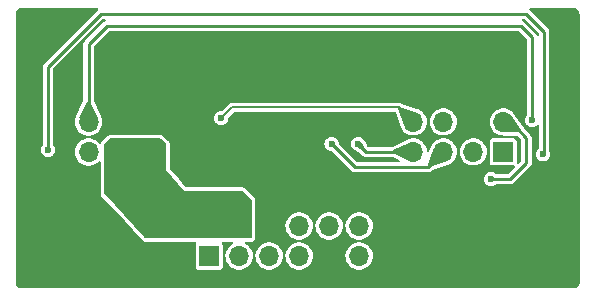
<source format=gbr>
%TF.GenerationSoftware,KiCad,Pcbnew,8.0.1*%
%TF.CreationDate,2024-06-06T08:45:56+08:00*%
%TF.ProjectId,CrazyDonkeyTarmoBoard,4372617a-7944-46f6-9e6b-65795461726d,rev?*%
%TF.SameCoordinates,Original*%
%TF.FileFunction,Copper,L2,Bot*%
%TF.FilePolarity,Positive*%
%FSLAX46Y46*%
G04 Gerber Fmt 4.6, Leading zero omitted, Abs format (unit mm)*
G04 Created by KiCad (PCBNEW 8.0.1) date 2024-06-06 08:45:56*
%MOMM*%
%LPD*%
G01*
G04 APERTURE LIST*
%TA.AperFunction,ComponentPad*%
%ADD10C,0.800000*%
%TD*%
%TA.AperFunction,ComponentPad*%
%ADD11C,6.400000*%
%TD*%
%TA.AperFunction,ComponentPad*%
%ADD12R,1.700000X1.700000*%
%TD*%
%TA.AperFunction,ComponentPad*%
%ADD13O,1.700000X1.700000*%
%TD*%
%TA.AperFunction,ViaPad*%
%ADD14C,0.800000*%
%TD*%
%TA.AperFunction,ViaPad*%
%ADD15C,0.600000*%
%TD*%
%TA.AperFunction,Conductor*%
%ADD16C,0.250000*%
%TD*%
%TA.AperFunction,Conductor*%
%ADD17C,0.200000*%
%TD*%
G04 APERTURE END LIST*
D10*
%TO.P,H1,1,1*%
%TO.N,GND*%
X99100000Y-90802944D03*
X99802944Y-89105888D03*
X99802944Y-92500000D03*
X101500000Y-88402944D03*
D11*
X101500000Y-90802944D03*
D10*
X101500000Y-93202944D03*
X103197056Y-89105888D03*
X103197056Y-92500000D03*
X103900000Y-90802944D03*
%TD*%
%TO.P,H2,1,1*%
%TO.N,GND*%
X58402944Y-90802944D03*
X59105888Y-89105888D03*
X59105888Y-92500000D03*
X60802944Y-88402944D03*
D11*
X60802944Y-90802944D03*
D10*
X60802944Y-93202944D03*
X62500000Y-89105888D03*
X62500000Y-92500000D03*
X63202944Y-90802944D03*
%TD*%
D12*
%TO.P,J3,1,Pin_1*%
%TO.N,unconnected-(J3-Pin_1-Pad1)*%
X73630000Y-92500000D03*
D13*
%TO.P,J3,2,Pin_2*%
%TO.N,+5V*%
X73630000Y-89960000D03*
%TO.P,J3,3,Pin_3*%
%TO.N,/GPIO2{slash}SDA1*%
X76170000Y-92500000D03*
%TO.P,J3,4,Pin_4*%
%TO.N,+5V*%
X76170000Y-89960000D03*
%TO.P,J3,5,Pin_5*%
%TO.N,/GPIO3{slash}SCL1*%
X78710000Y-92500000D03*
%TO.P,J3,6,Pin_6*%
%TO.N,GND*%
X78710000Y-89960000D03*
%TO.P,J3,7,Pin_7*%
%TO.N,/GPIO4{slash}GPCLK0*%
X81250000Y-92500000D03*
%TO.P,J3,8,Pin_8*%
%TO.N,/GPIO14{slash}TXD0*%
X81250000Y-89960000D03*
%TO.P,J3,9,Pin_9*%
%TO.N,GND*%
X83790000Y-92500000D03*
%TO.P,J3,10,Pin_10*%
%TO.N,/GPIO15{slash}RXD0*%
X83790000Y-89960000D03*
%TO.P,J3,11,Pin_11*%
%TO.N,/GPIO17*%
X86330000Y-92500000D03*
%TO.P,J3,12,Pin_12*%
%TO.N,/GPIO18*%
X86330000Y-89960000D03*
%TD*%
D12*
%TO.P,J4,1,Pin_1*%
%TO.N,/GPIO17*%
X98540000Y-83690000D03*
D13*
%TO.P,J4,2,Pin_2*%
%TO.N,/GPIO4{slash}GPCLK0*%
X98540000Y-81150000D03*
%TO.P,J4,3,Pin_3*%
%TO.N,/GPIO18*%
X96000000Y-83690000D03*
%TO.P,J4,4,Pin_4*%
%TO.N,GND*%
X96000000Y-81150000D03*
%TO.P,J4,5,Pin_5*%
%TO.N,/throttle_out*%
X93460000Y-83690000D03*
%TO.P,J4,6,Pin_6*%
%TO.N,/sterring_out*%
X93460000Y-81150000D03*
%TO.P,J4,7,Pin_7*%
%TO.N,/throttle_in*%
X90920000Y-83690000D03*
%TO.P,J4,8,Pin_8*%
%TO.N,/steering_in*%
X90920000Y-81150000D03*
%TD*%
D12*
%TO.P,J2,1,Pin_1*%
%TO.N,+5V*%
X68500000Y-83700000D03*
D13*
%TO.P,J2,2,Pin_2*%
%TO.N,GND*%
X68500000Y-81160000D03*
%TO.P,J2,3,Pin_3*%
%TO.N,+5V*%
X65960000Y-83700000D03*
%TO.P,J2,4,Pin_4*%
%TO.N,GND*%
X65960000Y-81160000D03*
%TO.P,J2,5,Pin_5*%
%TO.N,/P1_V*%
X63420000Y-83700000D03*
%TO.P,J2,6,Pin_6*%
%TO.N,/P2_V*%
X63420000Y-81160000D03*
%TD*%
D14*
%TO.N,GND*%
X87000000Y-78000000D03*
X65500000Y-94000000D03*
X62330000Y-75930000D03*
X100000000Y-74500000D03*
X72000000Y-85500000D03*
X62500000Y-78000000D03*
X73000000Y-78000000D03*
X93500000Y-78000000D03*
X65000000Y-78000000D03*
X89000000Y-91000000D03*
X96000000Y-89000000D03*
X65500000Y-90000000D03*
X90000000Y-86000000D03*
X89225000Y-82150000D03*
X65000000Y-75000000D03*
X81000000Y-86000000D03*
X79775000Y-83200000D03*
X77500000Y-78000000D03*
X89500000Y-88500000D03*
X100000000Y-78000000D03*
X103500000Y-78000000D03*
X58500000Y-78000000D03*
X83000000Y-78000000D03*
X67000000Y-94000000D03*
X80000000Y-94500000D03*
D15*
%TO.N,+5V*%
X60000000Y-83500000D03*
X101900000Y-83900000D03*
%TO.N,/GPIO4{slash}GPCLK0*%
X97500000Y-86000000D03*
%TO.N,/steering_in*%
X74662500Y-80837500D03*
%TO.N,/throttle_in*%
X86250000Y-83000000D03*
%TO.N,/throttle_out*%
X84000000Y-83000000D03*
%TO.N,/P2_V*%
X101000000Y-81000000D03*
%TD*%
D16*
%TO.N,+5V*%
X102000000Y-73500000D02*
X100500000Y-72000000D01*
X60000000Y-76474695D02*
X60000000Y-83500000D01*
X102000000Y-83800000D02*
X102000000Y-73500000D01*
X101900000Y-83900000D02*
X102000000Y-83800000D01*
X64474695Y-72000000D02*
X60000000Y-76474695D01*
X100500000Y-72000000D02*
X64474695Y-72000000D01*
%TO.N,/GPIO4{slash}GPCLK0*%
X100500000Y-82500000D02*
X99150000Y-81150000D01*
X100500000Y-84625000D02*
X100500000Y-82500000D01*
X81250000Y-92500000D02*
X81250000Y-93000000D01*
X99125000Y-86000000D02*
X100500000Y-84625000D01*
X99150000Y-81150000D02*
X98540000Y-81150000D01*
X97500000Y-86000000D02*
X99125000Y-86000000D01*
D17*
%TO.N,/steering_in*%
X89695000Y-79925000D02*
X90920000Y-81150000D01*
X75575000Y-79925000D02*
X89695000Y-79925000D01*
D16*
X90270000Y-80500000D02*
X90920000Y-81150000D01*
D17*
X74662500Y-80837500D02*
X75575000Y-79925000D01*
D16*
%TO.N,/throttle_in*%
X86940000Y-83690000D02*
X86250000Y-83000000D01*
X90920000Y-83690000D02*
X86940000Y-83690000D01*
%TO.N,/throttle_out*%
X92150000Y-85000000D02*
X86000000Y-85000000D01*
X86000000Y-85000000D02*
X84000000Y-83000000D01*
X93460000Y-83690000D02*
X92150000Y-85000000D01*
%TO.N,/P2_V*%
X63420000Y-74580000D02*
X63420000Y-81160000D01*
X100000000Y-73000000D02*
X65000000Y-73000000D01*
X101000000Y-74000000D02*
X100000000Y-73000000D01*
X65000000Y-73000000D02*
X63420000Y-74580000D01*
X101000000Y-81000000D02*
X101000000Y-74000000D01*
%TD*%
%TA.AperFunction,Conductor*%
%TO.N,GND*%
G36*
X64191631Y-71519407D02*
G01*
X64227595Y-71568907D01*
X64227595Y-71630093D01*
X64203443Y-71669504D01*
X64134209Y-71738736D01*
X64134210Y-71738737D01*
X64134208Y-71738739D01*
X59738737Y-76134209D01*
X59738737Y-76134210D01*
X59738736Y-76134209D01*
X59659514Y-76213432D01*
X59603498Y-76310453D01*
X59574500Y-76418678D01*
X59574500Y-83034486D01*
X59555593Y-83092677D01*
X59554042Y-83094753D01*
X59475462Y-83197160D01*
X59475462Y-83197161D01*
X59414957Y-83343233D01*
X59414955Y-83343241D01*
X59394318Y-83499999D01*
X59394318Y-83500000D01*
X59414955Y-83656758D01*
X59414957Y-83656766D01*
X59475462Y-83802838D01*
X59475462Y-83802839D01*
X59559462Y-83912310D01*
X59571718Y-83928282D01*
X59697159Y-84024536D01*
X59697160Y-84024536D01*
X59697161Y-84024537D01*
X59774959Y-84056762D01*
X59843238Y-84085044D01*
X59960809Y-84100522D01*
X59999999Y-84105682D01*
X60000000Y-84105682D01*
X60000001Y-84105682D01*
X60031352Y-84101554D01*
X60156762Y-84085044D01*
X60302841Y-84024536D01*
X60428282Y-83928282D01*
X60524536Y-83802841D01*
X60567134Y-83700000D01*
X62264571Y-83700000D01*
X62284244Y-83912311D01*
X62295326Y-83951260D01*
X62342595Y-84117389D01*
X62437634Y-84308255D01*
X62566128Y-84478407D01*
X62596047Y-84505682D01*
X62723692Y-84622047D01*
X62723699Y-84622053D01*
X62751236Y-84639103D01*
X62904981Y-84734298D01*
X63103802Y-84811321D01*
X63313390Y-84850500D01*
X63526610Y-84850500D01*
X63736198Y-84811321D01*
X63935019Y-84734298D01*
X64116302Y-84622052D01*
X64266594Y-84485042D01*
X64277254Y-84475324D01*
X64278437Y-84476622D01*
X64325493Y-84449827D01*
X64386304Y-84456584D01*
X64431529Y-84497795D01*
X64444500Y-84546784D01*
X64444500Y-87201129D01*
X64445730Y-87228505D01*
X64445733Y-87228542D01*
X64447741Y-87250843D01*
X64447894Y-87252486D01*
X64447895Y-87252488D01*
X64447896Y-87252494D01*
X64478981Y-87360376D01*
X64510333Y-87422816D01*
X64560014Y-87494182D01*
X66471879Y-89542608D01*
X67859284Y-91029114D01*
X67989900Y-91169059D01*
X68017461Y-91195134D01*
X68017478Y-91195149D01*
X68041073Y-91214843D01*
X68050699Y-91222555D01*
X68150764Y-91273435D01*
X68150770Y-91273437D01*
X68150773Y-91273439D01*
X68150775Y-91273439D01*
X68150776Y-91273440D01*
X68198039Y-91287318D01*
X68217812Y-91293124D01*
X68303884Y-91305500D01*
X68303885Y-91305500D01*
X72460522Y-91305500D01*
X72518713Y-91324407D01*
X72554677Y-91373907D01*
X72554677Y-91435093D01*
X72530527Y-91474501D01*
X72527794Y-91477235D01*
X72482414Y-91580011D01*
X72479500Y-91605130D01*
X72479500Y-93394860D01*
X72479501Y-93394863D01*
X72482414Y-93419990D01*
X72483325Y-93422053D01*
X72527794Y-93522765D01*
X72607235Y-93602206D01*
X72710009Y-93647585D01*
X72735135Y-93650500D01*
X74524864Y-93650499D01*
X74549991Y-93647585D01*
X74652765Y-93602206D01*
X74732206Y-93522765D01*
X74777585Y-93419991D01*
X74780500Y-93394865D01*
X74780499Y-91605136D01*
X74777585Y-91580009D01*
X74732206Y-91477235D01*
X74729472Y-91474501D01*
X74701697Y-91419987D01*
X74711268Y-91359555D01*
X74754533Y-91316290D01*
X74799478Y-91305500D01*
X75565768Y-91305500D01*
X75623959Y-91324407D01*
X75659923Y-91373907D01*
X75659923Y-91435093D01*
X75623959Y-91484593D01*
X75617905Y-91488658D01*
X75473698Y-91577948D01*
X75473692Y-91577952D01*
X75316135Y-91721586D01*
X75316131Y-91721589D01*
X75316128Y-91721593D01*
X75316125Y-91721597D01*
X75187635Y-91891743D01*
X75187630Y-91891752D01*
X75092596Y-92082608D01*
X75034244Y-92287688D01*
X75034244Y-92287690D01*
X75014571Y-92500000D01*
X75034244Y-92712310D01*
X75092595Y-92917389D01*
X75187634Y-93108255D01*
X75316128Y-93278407D01*
X75316135Y-93278413D01*
X75473692Y-93422047D01*
X75473699Y-93422053D01*
X75577389Y-93486255D01*
X75654981Y-93534298D01*
X75853802Y-93611321D01*
X76063390Y-93650500D01*
X76276610Y-93650500D01*
X76486198Y-93611321D01*
X76685019Y-93534298D01*
X76866302Y-93422052D01*
X77023872Y-93278407D01*
X77152366Y-93108255D01*
X77247405Y-92917389D01*
X77305756Y-92712310D01*
X77325429Y-92500000D01*
X77554571Y-92500000D01*
X77574244Y-92712310D01*
X77632595Y-92917389D01*
X77727634Y-93108255D01*
X77856128Y-93278407D01*
X77856135Y-93278413D01*
X78013692Y-93422047D01*
X78013699Y-93422053D01*
X78117389Y-93486255D01*
X78194981Y-93534298D01*
X78393802Y-93611321D01*
X78603390Y-93650500D01*
X78816610Y-93650500D01*
X79026198Y-93611321D01*
X79225019Y-93534298D01*
X79406302Y-93422052D01*
X79563872Y-93278407D01*
X79692366Y-93108255D01*
X79787405Y-92917389D01*
X79845756Y-92712310D01*
X79865429Y-92500000D01*
X80094571Y-92500000D01*
X80114244Y-92712310D01*
X80172595Y-92917389D01*
X80267634Y-93108255D01*
X80396128Y-93278407D01*
X80396135Y-93278413D01*
X80553692Y-93422047D01*
X80553699Y-93422053D01*
X80657389Y-93486255D01*
X80734981Y-93534298D01*
X80933802Y-93611321D01*
X81143390Y-93650500D01*
X81356610Y-93650500D01*
X81566198Y-93611321D01*
X81765019Y-93534298D01*
X81946302Y-93422052D01*
X82103872Y-93278407D01*
X82232366Y-93108255D01*
X82327405Y-92917389D01*
X82385756Y-92712310D01*
X82405429Y-92500000D01*
X85174571Y-92500000D01*
X85194244Y-92712310D01*
X85252595Y-92917389D01*
X85347634Y-93108255D01*
X85476128Y-93278407D01*
X85476135Y-93278413D01*
X85633692Y-93422047D01*
X85633699Y-93422053D01*
X85737389Y-93486255D01*
X85814981Y-93534298D01*
X86013802Y-93611321D01*
X86223390Y-93650500D01*
X86436610Y-93650500D01*
X86646198Y-93611321D01*
X86845019Y-93534298D01*
X87026302Y-93422052D01*
X87183872Y-93278407D01*
X87312366Y-93108255D01*
X87407405Y-92917389D01*
X87465756Y-92712310D01*
X87485429Y-92500000D01*
X87465756Y-92287690D01*
X87407405Y-92082611D01*
X87312366Y-91891745D01*
X87183872Y-91721593D01*
X87056119Y-91605130D01*
X87026307Y-91577952D01*
X87026300Y-91577946D01*
X86845024Y-91465705D01*
X86845019Y-91465702D01*
X86727014Y-91419987D01*
X86646198Y-91388679D01*
X86646197Y-91388678D01*
X86646195Y-91388678D01*
X86436610Y-91349500D01*
X86223390Y-91349500D01*
X86013804Y-91388678D01*
X85814980Y-91465702D01*
X85814975Y-91465705D01*
X85633699Y-91577946D01*
X85633692Y-91577952D01*
X85476135Y-91721586D01*
X85476131Y-91721589D01*
X85476128Y-91721593D01*
X85476125Y-91721597D01*
X85347635Y-91891743D01*
X85347630Y-91891752D01*
X85252596Y-92082608D01*
X85194244Y-92287688D01*
X85194244Y-92287690D01*
X85174571Y-92500000D01*
X82405429Y-92500000D01*
X82385756Y-92287690D01*
X82327405Y-92082611D01*
X82232366Y-91891745D01*
X82103872Y-91721593D01*
X81976119Y-91605130D01*
X81946307Y-91577952D01*
X81946300Y-91577946D01*
X81765024Y-91465705D01*
X81765019Y-91465702D01*
X81647014Y-91419987D01*
X81566198Y-91388679D01*
X81566197Y-91388678D01*
X81566195Y-91388678D01*
X81356610Y-91349500D01*
X81143390Y-91349500D01*
X80933804Y-91388678D01*
X80734980Y-91465702D01*
X80734975Y-91465705D01*
X80553699Y-91577946D01*
X80553692Y-91577952D01*
X80396135Y-91721586D01*
X80396131Y-91721589D01*
X80396128Y-91721593D01*
X80396125Y-91721597D01*
X80267635Y-91891743D01*
X80267630Y-91891752D01*
X80172596Y-92082608D01*
X80114244Y-92287688D01*
X80114244Y-92287690D01*
X80094571Y-92500000D01*
X79865429Y-92500000D01*
X79845756Y-92287690D01*
X79787405Y-92082611D01*
X79692366Y-91891745D01*
X79563872Y-91721593D01*
X79436119Y-91605130D01*
X79406307Y-91577952D01*
X79406300Y-91577946D01*
X79225024Y-91465705D01*
X79225019Y-91465702D01*
X79107014Y-91419987D01*
X79026198Y-91388679D01*
X79026197Y-91388678D01*
X79026195Y-91388678D01*
X78816610Y-91349500D01*
X78603390Y-91349500D01*
X78393804Y-91388678D01*
X78194980Y-91465702D01*
X78194975Y-91465705D01*
X78013699Y-91577946D01*
X78013692Y-91577952D01*
X77856135Y-91721586D01*
X77856131Y-91721589D01*
X77856128Y-91721593D01*
X77856125Y-91721597D01*
X77727635Y-91891743D01*
X77727630Y-91891752D01*
X77632596Y-92082608D01*
X77574244Y-92287688D01*
X77574244Y-92287690D01*
X77554571Y-92500000D01*
X77325429Y-92500000D01*
X77305756Y-92287690D01*
X77247405Y-92082611D01*
X77152366Y-91891745D01*
X77023872Y-91721593D01*
X76896119Y-91605130D01*
X76866307Y-91577952D01*
X76866305Y-91577950D01*
X76866302Y-91577948D01*
X76722113Y-91488669D01*
X76682594Y-91441963D01*
X76678075Y-91380944D01*
X76710285Y-91328924D01*
X76766921Y-91305770D01*
X76774232Y-91305500D01*
X77125996Y-91305500D01*
X77126000Y-91305500D01*
X77190941Y-91298518D01*
X77190949Y-91298516D01*
X77190951Y-91298516D01*
X77242425Y-91287318D01*
X77242426Y-91287317D01*
X77242452Y-91287312D01*
X77280658Y-91276354D01*
X77377571Y-91219675D01*
X77430375Y-91173920D01*
X77472553Y-91129187D01*
X77523439Y-91029111D01*
X77543124Y-90962072D01*
X77555500Y-90876000D01*
X77555500Y-89960000D01*
X80094571Y-89960000D01*
X80114244Y-90172310D01*
X80172595Y-90377389D01*
X80267634Y-90568255D01*
X80396128Y-90738407D01*
X80396135Y-90738413D01*
X80553692Y-90882047D01*
X80553699Y-90882053D01*
X80657389Y-90946255D01*
X80734981Y-90994298D01*
X80933802Y-91071321D01*
X81143390Y-91110500D01*
X81356610Y-91110500D01*
X81566198Y-91071321D01*
X81765019Y-90994298D01*
X81946302Y-90882052D01*
X82103872Y-90738407D01*
X82232366Y-90568255D01*
X82327405Y-90377389D01*
X82385756Y-90172310D01*
X82405429Y-89960000D01*
X82634571Y-89960000D01*
X82654244Y-90172310D01*
X82712595Y-90377389D01*
X82807634Y-90568255D01*
X82936128Y-90738407D01*
X82936135Y-90738413D01*
X83093692Y-90882047D01*
X83093699Y-90882053D01*
X83197389Y-90946255D01*
X83274981Y-90994298D01*
X83473802Y-91071321D01*
X83683390Y-91110500D01*
X83896610Y-91110500D01*
X84106198Y-91071321D01*
X84305019Y-90994298D01*
X84486302Y-90882052D01*
X84643872Y-90738407D01*
X84772366Y-90568255D01*
X84867405Y-90377389D01*
X84925756Y-90172310D01*
X84945429Y-89960000D01*
X85174571Y-89960000D01*
X85194244Y-90172310D01*
X85252595Y-90377389D01*
X85347634Y-90568255D01*
X85476128Y-90738407D01*
X85476135Y-90738413D01*
X85633692Y-90882047D01*
X85633699Y-90882053D01*
X85737389Y-90946255D01*
X85814981Y-90994298D01*
X86013802Y-91071321D01*
X86223390Y-91110500D01*
X86436610Y-91110500D01*
X86646198Y-91071321D01*
X86845019Y-90994298D01*
X87026302Y-90882052D01*
X87183872Y-90738407D01*
X87312366Y-90568255D01*
X87407405Y-90377389D01*
X87465756Y-90172310D01*
X87485429Y-89960000D01*
X87465756Y-89747690D01*
X87407405Y-89542611D01*
X87312366Y-89351745D01*
X87183872Y-89181593D01*
X87129623Y-89132139D01*
X87026307Y-89037952D01*
X87026300Y-89037946D01*
X86845024Y-88925705D01*
X86845019Y-88925702D01*
X86646195Y-88848678D01*
X86436610Y-88809500D01*
X86223390Y-88809500D01*
X86013804Y-88848678D01*
X85814980Y-88925702D01*
X85814975Y-88925705D01*
X85633699Y-89037946D01*
X85633692Y-89037952D01*
X85476135Y-89181586D01*
X85476131Y-89181589D01*
X85476128Y-89181593D01*
X85476125Y-89181597D01*
X85347635Y-89351743D01*
X85347630Y-89351752D01*
X85252596Y-89542608D01*
X85194244Y-89747688D01*
X85194244Y-89747690D01*
X85174571Y-89960000D01*
X84945429Y-89960000D01*
X84925756Y-89747690D01*
X84867405Y-89542611D01*
X84772366Y-89351745D01*
X84643872Y-89181593D01*
X84589623Y-89132139D01*
X84486307Y-89037952D01*
X84486300Y-89037946D01*
X84305024Y-88925705D01*
X84305019Y-88925702D01*
X84106195Y-88848678D01*
X83896610Y-88809500D01*
X83683390Y-88809500D01*
X83473804Y-88848678D01*
X83274980Y-88925702D01*
X83274975Y-88925705D01*
X83093699Y-89037946D01*
X83093692Y-89037952D01*
X82936135Y-89181586D01*
X82936131Y-89181589D01*
X82936128Y-89181593D01*
X82936125Y-89181597D01*
X82807635Y-89351743D01*
X82807630Y-89351752D01*
X82712596Y-89542608D01*
X82654244Y-89747688D01*
X82654244Y-89747690D01*
X82634571Y-89960000D01*
X82405429Y-89960000D01*
X82385756Y-89747690D01*
X82327405Y-89542611D01*
X82232366Y-89351745D01*
X82103872Y-89181593D01*
X82049623Y-89132139D01*
X81946307Y-89037952D01*
X81946300Y-89037946D01*
X81765024Y-88925705D01*
X81765019Y-88925702D01*
X81566195Y-88848678D01*
X81356610Y-88809500D01*
X81143390Y-88809500D01*
X80933804Y-88848678D01*
X80734980Y-88925702D01*
X80734975Y-88925705D01*
X80553699Y-89037946D01*
X80553692Y-89037952D01*
X80396135Y-89181586D01*
X80396131Y-89181589D01*
X80396128Y-89181593D01*
X80396125Y-89181597D01*
X80267635Y-89351743D01*
X80267630Y-89351752D01*
X80172596Y-89542608D01*
X80114244Y-89747688D01*
X80114244Y-89747690D01*
X80094571Y-89960000D01*
X77555500Y-89960000D01*
X77555500Y-87801362D01*
X77553749Y-87768703D01*
X77550915Y-87742345D01*
X77550080Y-87735340D01*
X77515297Y-87628593D01*
X77481816Y-87567277D01*
X77481815Y-87567274D01*
X77429703Y-87497662D01*
X77429702Y-87497660D01*
X76752340Y-86820298D01*
X76752330Y-86820289D01*
X76752317Y-86820276D01*
X76728017Y-86798449D01*
X76723220Y-86794584D01*
X76707366Y-86781808D01*
X76701825Y-86777447D01*
X76653456Y-86752853D01*
X76601752Y-86726562D01*
X76601745Y-86726559D01*
X76534716Y-86706877D01*
X76534706Y-86706875D01*
X76470400Y-86697629D01*
X76448638Y-86694500D01*
X76448637Y-86694500D01*
X71686043Y-86694500D01*
X71627852Y-86675593D01*
X71610877Y-86659928D01*
X71045225Y-86000000D01*
X96894318Y-86000000D01*
X96914955Y-86156758D01*
X96914957Y-86156766D01*
X96975462Y-86302838D01*
X96975462Y-86302839D01*
X97047333Y-86396503D01*
X97071718Y-86428282D01*
X97197159Y-86524536D01*
X97343238Y-86585044D01*
X97460809Y-86600522D01*
X97499999Y-86605682D01*
X97500000Y-86605682D01*
X97500001Y-86605682D01*
X97531352Y-86601554D01*
X97656762Y-86585044D01*
X97802841Y-86524536D01*
X97848235Y-86489703D01*
X97905247Y-86445958D01*
X97962923Y-86425534D01*
X97965514Y-86425500D01*
X99181016Y-86425500D01*
X99181018Y-86425500D01*
X99289237Y-86396503D01*
X99289239Y-86396501D01*
X99289241Y-86396501D01*
X99318064Y-86379859D01*
X99386263Y-86340485D01*
X100840485Y-84886263D01*
X100894789Y-84792206D01*
X100896501Y-84789241D01*
X100896501Y-84789239D01*
X100896503Y-84789237D01*
X100925500Y-84681018D01*
X100925500Y-84568981D01*
X100925500Y-82443982D01*
X100896503Y-82335763D01*
X100896501Y-82335760D01*
X100896501Y-82335758D01*
X100840486Y-82238739D01*
X100840485Y-82238737D01*
X100761263Y-82159515D01*
X100761260Y-82159513D01*
X100757805Y-82156057D01*
X100757799Y-82156052D01*
X100297544Y-81695796D01*
X100285831Y-81681680D01*
X99569448Y-80634196D01*
X99562551Y-80622450D01*
X99522366Y-80541745D01*
X99393872Y-80371593D01*
X99370750Y-80350514D01*
X99364992Y-80344815D01*
X99358861Y-80338230D01*
X99358859Y-80338229D01*
X99358855Y-80338224D01*
X99356977Y-80336642D01*
X99347378Y-80329208D01*
X99236301Y-80227947D01*
X99236300Y-80227946D01*
X99055024Y-80115705D01*
X99055019Y-80115702D01*
X98939675Y-80071018D01*
X98856198Y-80038679D01*
X98856197Y-80038678D01*
X98856195Y-80038678D01*
X98646610Y-79999500D01*
X98433390Y-79999500D01*
X98223804Y-80038678D01*
X98024980Y-80115702D01*
X98024975Y-80115705D01*
X97843699Y-80227946D01*
X97843692Y-80227952D01*
X97686135Y-80371586D01*
X97686131Y-80371589D01*
X97686128Y-80371593D01*
X97686125Y-80371597D01*
X97557635Y-80541743D01*
X97557630Y-80541752D01*
X97462596Y-80732608D01*
X97462595Y-80732611D01*
X97459751Y-80742607D01*
X97404244Y-80937688D01*
X97384571Y-81150000D01*
X97404244Y-81362311D01*
X97420052Y-81417870D01*
X97462595Y-81567389D01*
X97557634Y-81758255D01*
X97686128Y-81928407D01*
X97697104Y-81938413D01*
X97843692Y-82072047D01*
X97843699Y-82072053D01*
X97859850Y-82082053D01*
X98024981Y-82184298D01*
X98223802Y-82261321D01*
X98433390Y-82300500D01*
X98507674Y-82300500D01*
X98528769Y-82302773D01*
X98542196Y-82305702D01*
X99700551Y-82340387D01*
X99758150Y-82361028D01*
X99767592Y-82369339D01*
X100045504Y-82647251D01*
X100073281Y-82701768D01*
X100074500Y-82717255D01*
X100074500Y-84407744D01*
X100055593Y-84465935D01*
X100045503Y-84477748D01*
X99859088Y-84664162D01*
X99804572Y-84691939D01*
X99744140Y-84682368D01*
X99700875Y-84639103D01*
X99691688Y-84587800D01*
X99690335Y-84587722D01*
X99690498Y-84584880D01*
X99690500Y-84584865D01*
X99690499Y-82795136D01*
X99687585Y-82770009D01*
X99642206Y-82667235D01*
X99562765Y-82587794D01*
X99459991Y-82542415D01*
X99459990Y-82542414D01*
X99459988Y-82542414D01*
X99434868Y-82539500D01*
X97645139Y-82539500D01*
X97645136Y-82539501D01*
X97620009Y-82542414D01*
X97517235Y-82587794D01*
X97437794Y-82667235D01*
X97392414Y-82770011D01*
X97389500Y-82795130D01*
X97389500Y-84584860D01*
X97389501Y-84584863D01*
X97392414Y-84609990D01*
X97405269Y-84639103D01*
X97437794Y-84712765D01*
X97517235Y-84792206D01*
X97620009Y-84837585D01*
X97645135Y-84840500D01*
X99434864Y-84840499D01*
X99434867Y-84840498D01*
X99437714Y-84840334D01*
X99437797Y-84841770D01*
X99492696Y-84852799D01*
X99534143Y-84897807D01*
X99541220Y-84958582D01*
X99514163Y-85009088D01*
X98977748Y-85545504D01*
X98923231Y-85573281D01*
X98907744Y-85574500D01*
X97965514Y-85574500D01*
X97907323Y-85555593D01*
X97905247Y-85554042D01*
X97802838Y-85475462D01*
X97656766Y-85414957D01*
X97656758Y-85414955D01*
X97500001Y-85394318D01*
X97499999Y-85394318D01*
X97343241Y-85414955D01*
X97343233Y-85414957D01*
X97197161Y-85475462D01*
X97197160Y-85475462D01*
X97071723Y-85571713D01*
X97071713Y-85571723D01*
X96975462Y-85697160D01*
X96975462Y-85697161D01*
X96914957Y-85843233D01*
X96914955Y-85843241D01*
X96894318Y-85999999D01*
X96894318Y-86000000D01*
X71045225Y-86000000D01*
X70329334Y-85164793D01*
X70305819Y-85108307D01*
X70305500Y-85100365D01*
X70305500Y-83055224D01*
X70304288Y-83037077D01*
X70302786Y-83014590D01*
X70300828Y-83000000D01*
X83394318Y-83000000D01*
X83414955Y-83156758D01*
X83414957Y-83156766D01*
X83475462Y-83302838D01*
X83475462Y-83302839D01*
X83544530Y-83392850D01*
X83571718Y-83428282D01*
X83697159Y-83524536D01*
X83843238Y-83585044D01*
X83971212Y-83601892D01*
X84026435Y-83628232D01*
X84028292Y-83630040D01*
X85738737Y-85340485D01*
X85738739Y-85340486D01*
X85835759Y-85396501D01*
X85835757Y-85396501D01*
X85835761Y-85396502D01*
X85835763Y-85396503D01*
X85943981Y-85425500D01*
X85943982Y-85425500D01*
X85943983Y-85425500D01*
X92206016Y-85425500D01*
X92206018Y-85425500D01*
X92314237Y-85396503D01*
X92314239Y-85396501D01*
X92314241Y-85396501D01*
X92411263Y-85340485D01*
X92486305Y-85265442D01*
X92523510Y-85242037D01*
X93874824Y-84767641D01*
X93882486Y-84764836D01*
X93883076Y-84764611D01*
X93883077Y-84764610D01*
X93883089Y-84764606D01*
X93890795Y-84761442D01*
X93897308Y-84758769D01*
X93902624Y-84755135D01*
X93922710Y-84744561D01*
X93975019Y-84724298D01*
X94156302Y-84612052D01*
X94313872Y-84468407D01*
X94442366Y-84298255D01*
X94537405Y-84107389D01*
X94595756Y-83902310D01*
X94615429Y-83690000D01*
X94844571Y-83690000D01*
X94864244Y-83902311D01*
X94887449Y-83983867D01*
X94922595Y-84107389D01*
X95017634Y-84298255D01*
X95146128Y-84468407D01*
X95216734Y-84532773D01*
X95303692Y-84612047D01*
X95303699Y-84612053D01*
X95387858Y-84664162D01*
X95484981Y-84724298D01*
X95683802Y-84801321D01*
X95893390Y-84840500D01*
X96106610Y-84840500D01*
X96316198Y-84801321D01*
X96515019Y-84724298D01*
X96696302Y-84612052D01*
X96853872Y-84468407D01*
X96982366Y-84298255D01*
X97077405Y-84107389D01*
X97135756Y-83902310D01*
X97155429Y-83690000D01*
X97135756Y-83477690D01*
X97077405Y-83272611D01*
X96982366Y-83081745D01*
X96853872Y-82911593D01*
X96778885Y-82843233D01*
X96696307Y-82767952D01*
X96696300Y-82767946D01*
X96515024Y-82655705D01*
X96515019Y-82655702D01*
X96460721Y-82634667D01*
X96316198Y-82578679D01*
X96316197Y-82578678D01*
X96316195Y-82578678D01*
X96106610Y-82539500D01*
X95893390Y-82539500D01*
X95683804Y-82578678D01*
X95484980Y-82655702D01*
X95484975Y-82655705D01*
X95303699Y-82767946D01*
X95303692Y-82767952D01*
X95146135Y-82911586D01*
X95146131Y-82911589D01*
X95146128Y-82911593D01*
X95146125Y-82911597D01*
X95017635Y-83081743D01*
X95017630Y-83081752D01*
X94922596Y-83272608D01*
X94922595Y-83272611D01*
X94913995Y-83302838D01*
X94864244Y-83477688D01*
X94844571Y-83690000D01*
X94615429Y-83690000D01*
X94595756Y-83477690D01*
X94537405Y-83272611D01*
X94442366Y-83081745D01*
X94313872Y-82911593D01*
X94238885Y-82843233D01*
X94156307Y-82767952D01*
X94156300Y-82767946D01*
X93975024Y-82655705D01*
X93975019Y-82655702D01*
X93920721Y-82634667D01*
X93776198Y-82578679D01*
X93776197Y-82578678D01*
X93776195Y-82578678D01*
X93566610Y-82539500D01*
X93353390Y-82539500D01*
X93143804Y-82578678D01*
X92944980Y-82655702D01*
X92944975Y-82655705D01*
X92763699Y-82767946D01*
X92763692Y-82767952D01*
X92606135Y-82911586D01*
X92606131Y-82911589D01*
X92606128Y-82911593D01*
X92606125Y-82911597D01*
X92477635Y-83081743D01*
X92477630Y-83081752D01*
X92382593Y-83272613D01*
X92380572Y-83279715D01*
X92378767Y-83285399D01*
X92259274Y-83625775D01*
X92222159Y-83674418D01*
X92163541Y-83691955D01*
X92105809Y-83671688D01*
X92071017Y-83621357D01*
X92067285Y-83602121D01*
X92055756Y-83477690D01*
X91997405Y-83272611D01*
X91902366Y-83081745D01*
X91773872Y-82911593D01*
X91698885Y-82843233D01*
X91616307Y-82767952D01*
X91616300Y-82767946D01*
X91435024Y-82655705D01*
X91435019Y-82655702D01*
X91380721Y-82634667D01*
X91236198Y-82578679D01*
X91236197Y-82578678D01*
X91236195Y-82578678D01*
X91026610Y-82539500D01*
X90813390Y-82539500D01*
X90603810Y-82578677D01*
X90603805Y-82578678D01*
X90603802Y-82578679D01*
X90603798Y-82578680D01*
X90603793Y-82578682D01*
X90482338Y-82625732D01*
X90472317Y-82629012D01*
X90451314Y-82634667D01*
X90451312Y-82634667D01*
X90421600Y-82648938D01*
X90414514Y-82652007D01*
X90404988Y-82655698D01*
X90404978Y-82655703D01*
X90400686Y-82658361D01*
X90391436Y-82663427D01*
X89160345Y-83254740D01*
X89117482Y-83264500D01*
X87157255Y-83264500D01*
X87099064Y-83245593D01*
X87087251Y-83235504D01*
X87030210Y-83178463D01*
X87012470Y-83154307D01*
X86981352Y-83094753D01*
X86802870Y-82753172D01*
X86799672Y-82749007D01*
X86786733Y-82726605D01*
X86774536Y-82697159D01*
X86678282Y-82571718D01*
X86678277Y-82571714D01*
X86678276Y-82571713D01*
X86552838Y-82475462D01*
X86406766Y-82414957D01*
X86406758Y-82414955D01*
X86250001Y-82394318D01*
X86249999Y-82394318D01*
X86093241Y-82414955D01*
X86093233Y-82414957D01*
X85947161Y-82475462D01*
X85947160Y-82475462D01*
X85821723Y-82571713D01*
X85821713Y-82571723D01*
X85725462Y-82697160D01*
X85725462Y-82697161D01*
X85664957Y-82843233D01*
X85664955Y-82843241D01*
X85644318Y-82999999D01*
X85644318Y-83000000D01*
X85664955Y-83156758D01*
X85664957Y-83156766D01*
X85725462Y-83302838D01*
X85725462Y-83302839D01*
X85794530Y-83392850D01*
X85821718Y-83428282D01*
X85947159Y-83524536D01*
X85976787Y-83536808D01*
X86000086Y-83550443D01*
X86003172Y-83552870D01*
X86404307Y-83762470D01*
X86428462Y-83780209D01*
X86599513Y-83951260D01*
X86599515Y-83951263D01*
X86678737Y-84030485D01*
X86724243Y-84056758D01*
X86773237Y-84085045D01*
X86773236Y-84085045D01*
X86773242Y-84085047D01*
X86775763Y-84086503D01*
X86883981Y-84115500D01*
X86883982Y-84115500D01*
X89117485Y-84115500D01*
X89160348Y-84125260D01*
X89703741Y-84386260D01*
X89748009Y-84428498D01*
X89758996Y-84488689D01*
X89732505Y-84543842D01*
X89678655Y-84572891D01*
X89660878Y-84574500D01*
X86217256Y-84574500D01*
X86159065Y-84555593D01*
X86147252Y-84545504D01*
X84630040Y-83028292D01*
X84602263Y-82973775D01*
X84601899Y-82971265D01*
X84585044Y-82843238D01*
X84568280Y-82802766D01*
X84524537Y-82697161D01*
X84524537Y-82697160D01*
X84428286Y-82571723D01*
X84428285Y-82571722D01*
X84428282Y-82571718D01*
X84428277Y-82571714D01*
X84428276Y-82571713D01*
X84302838Y-82475462D01*
X84156766Y-82414957D01*
X84156758Y-82414955D01*
X84000001Y-82394318D01*
X83999999Y-82394318D01*
X83843241Y-82414955D01*
X83843233Y-82414957D01*
X83697161Y-82475462D01*
X83697160Y-82475462D01*
X83571723Y-82571713D01*
X83571713Y-82571723D01*
X83475462Y-82697160D01*
X83475462Y-82697161D01*
X83414957Y-82843233D01*
X83414955Y-82843241D01*
X83394318Y-82999999D01*
X83394318Y-83000000D01*
X70300828Y-83000000D01*
X70298399Y-82981900D01*
X70296024Y-82967007D01*
X70255679Y-82862235D01*
X70219020Y-82802760D01*
X70163323Y-82735983D01*
X70163319Y-82735979D01*
X70163317Y-82735977D01*
X70163317Y-82735976D01*
X69739740Y-82354758D01*
X69739729Y-82354748D01*
X69720715Y-82338979D01*
X69704811Y-82326840D01*
X69704808Y-82326838D01*
X69704806Y-82326837D01*
X69605535Y-82276564D01*
X69605529Y-82276561D01*
X69605528Y-82276561D01*
X69605525Y-82276560D01*
X69538495Y-82256877D01*
X69538485Y-82256875D01*
X69470583Y-82247112D01*
X69452417Y-82244500D01*
X65297583Y-82244500D01*
X65297580Y-82244500D01*
X65272920Y-82245497D01*
X65252970Y-82247112D01*
X65252969Y-82247112D01*
X65145521Y-82276157D01*
X65090023Y-82302774D01*
X65082525Y-82306370D01*
X65082522Y-82306371D01*
X65082522Y-82306372D01*
X65010265Y-82354752D01*
X64586664Y-82735993D01*
X64586655Y-82736002D01*
X64561657Y-82761718D01*
X64558275Y-82765198D01*
X64536919Y-82790321D01*
X64536915Y-82790326D01*
X64527448Y-82802035D01*
X64527447Y-82802036D01*
X64476562Y-82902109D01*
X64471124Y-82920628D01*
X64436586Y-82971133D01*
X64378958Y-82991692D01*
X64320252Y-82974451D01*
X64297132Y-82952393D01*
X64273880Y-82921603D01*
X64273877Y-82921600D01*
X64273872Y-82921593D01*
X64187925Y-82843241D01*
X64116307Y-82777952D01*
X64116300Y-82777946D01*
X63935024Y-82665705D01*
X63935019Y-82665702D01*
X63923251Y-82661143D01*
X63736198Y-82588679D01*
X63736197Y-82588678D01*
X63736195Y-82588678D01*
X63526610Y-82549500D01*
X63313390Y-82549500D01*
X63103804Y-82588678D01*
X62904980Y-82665702D01*
X62904975Y-82665705D01*
X62723699Y-82777946D01*
X62723692Y-82777952D01*
X62566135Y-82921586D01*
X62566131Y-82921589D01*
X62566128Y-82921593D01*
X62566125Y-82921597D01*
X62437635Y-83091743D01*
X62437630Y-83091752D01*
X62342596Y-83282608D01*
X62284244Y-83487688D01*
X62264571Y-83700000D01*
X60567134Y-83700000D01*
X60585044Y-83656762D01*
X60605682Y-83500000D01*
X60601958Y-83471717D01*
X60592809Y-83402219D01*
X60585044Y-83343238D01*
X60561086Y-83285399D01*
X60524537Y-83197161D01*
X60524537Y-83197160D01*
X60445958Y-83094753D01*
X60425534Y-83037077D01*
X60425500Y-83034486D01*
X60425500Y-76691950D01*
X60444407Y-76633759D01*
X60454496Y-76621946D01*
X64621946Y-72454496D01*
X64676463Y-72426719D01*
X64691950Y-72425500D01*
X64774589Y-72425500D01*
X64832780Y-72444407D01*
X64868744Y-72493907D01*
X64868744Y-72555093D01*
X64832780Y-72604593D01*
X64824090Y-72610236D01*
X64738735Y-72659515D01*
X64738736Y-72659516D01*
X63158737Y-74239515D01*
X63158736Y-74239514D01*
X63079514Y-74318737D01*
X63023498Y-74415758D01*
X62994500Y-74523983D01*
X62994500Y-79357483D01*
X62984740Y-79400346D01*
X62364659Y-80691332D01*
X62361149Y-80698902D01*
X62360918Y-80699420D01*
X62355030Y-80713522D01*
X62354380Y-80715696D01*
X62348161Y-80731431D01*
X62342597Y-80742605D01*
X62342596Y-80742607D01*
X62284244Y-80947688D01*
X62279928Y-80994266D01*
X62264571Y-81160000D01*
X62284244Y-81372310D01*
X62342595Y-81577389D01*
X62437634Y-81768255D01*
X62566128Y-81938407D01*
X62566135Y-81938413D01*
X62723692Y-82082047D01*
X62723699Y-82082053D01*
X62827389Y-82146255D01*
X62904981Y-82194298D01*
X63103802Y-82271321D01*
X63313390Y-82310500D01*
X63526610Y-82310500D01*
X63736198Y-82271321D01*
X63935019Y-82194298D01*
X64116302Y-82082052D01*
X64273872Y-81938407D01*
X64402366Y-81768255D01*
X64497405Y-81577389D01*
X64555756Y-81372310D01*
X64575429Y-81160000D01*
X64555756Y-80947690D01*
X64524404Y-80837500D01*
X74056818Y-80837500D01*
X74077455Y-80994258D01*
X74077457Y-80994266D01*
X74137962Y-81140338D01*
X74137962Y-81140339D01*
X74170096Y-81182217D01*
X74234218Y-81265782D01*
X74359659Y-81362036D01*
X74359660Y-81362036D01*
X74359661Y-81362037D01*
X74384465Y-81372311D01*
X74505738Y-81422544D01*
X74623309Y-81438022D01*
X74662499Y-81443182D01*
X74662500Y-81443182D01*
X74662501Y-81443182D01*
X74699628Y-81438294D01*
X74819262Y-81422544D01*
X74965341Y-81362036D01*
X75090782Y-81265782D01*
X75187036Y-81140341D01*
X75247544Y-80994262D01*
X75268182Y-80837500D01*
X75268182Y-80837499D01*
X75269029Y-80831067D01*
X75270756Y-80831294D01*
X75287089Y-80781026D01*
X75297179Y-80769213D01*
X75711897Y-80354496D01*
X75766413Y-80326719D01*
X75781900Y-80325500D01*
X89356488Y-80325500D01*
X89414679Y-80344407D01*
X89450370Y-80393081D01*
X89837465Y-81549739D01*
X89838803Y-81554064D01*
X89842593Y-81567387D01*
X89844936Y-81572091D01*
X89848031Y-81578950D01*
X89851397Y-81587235D01*
X89851531Y-81587431D01*
X89858415Y-81599161D01*
X89937632Y-81758251D01*
X89937641Y-81758266D01*
X90066119Y-81928396D01*
X90066122Y-81928399D01*
X90066128Y-81928407D01*
X90077104Y-81938413D01*
X90223692Y-82072047D01*
X90223699Y-82072053D01*
X90239850Y-82082053D01*
X90404981Y-82184298D01*
X90603802Y-82261321D01*
X90813390Y-82300500D01*
X91026610Y-82300500D01*
X91236198Y-82261321D01*
X91435019Y-82184298D01*
X91616302Y-82072052D01*
X91773872Y-81928407D01*
X91902366Y-81758255D01*
X91997405Y-81567389D01*
X92055756Y-81362310D01*
X92075429Y-81150000D01*
X92304571Y-81150000D01*
X92324244Y-81362311D01*
X92340052Y-81417870D01*
X92382595Y-81567389D01*
X92477634Y-81758255D01*
X92606128Y-81928407D01*
X92617104Y-81938413D01*
X92763692Y-82072047D01*
X92763699Y-82072053D01*
X92779850Y-82082053D01*
X92944981Y-82184298D01*
X93143802Y-82261321D01*
X93353390Y-82300500D01*
X93566610Y-82300500D01*
X93776198Y-82261321D01*
X93975019Y-82184298D01*
X94156302Y-82072052D01*
X94313872Y-81928407D01*
X94442366Y-81758255D01*
X94537405Y-81567389D01*
X94595756Y-81362310D01*
X94615429Y-81150000D01*
X94595756Y-80937690D01*
X94537405Y-80732611D01*
X94442366Y-80541745D01*
X94313872Y-80371593D01*
X94259623Y-80322139D01*
X94156307Y-80227952D01*
X94156300Y-80227946D01*
X93975024Y-80115705D01*
X93975019Y-80115702D01*
X93859675Y-80071018D01*
X93776198Y-80038679D01*
X93776197Y-80038678D01*
X93776195Y-80038678D01*
X93566610Y-79999500D01*
X93353390Y-79999500D01*
X93143804Y-80038678D01*
X92944980Y-80115702D01*
X92944975Y-80115705D01*
X92763699Y-80227946D01*
X92763692Y-80227952D01*
X92606135Y-80371586D01*
X92606131Y-80371589D01*
X92606128Y-80371593D01*
X92606125Y-80371597D01*
X92477635Y-80541743D01*
X92477630Y-80541752D01*
X92382596Y-80732608D01*
X92382595Y-80732611D01*
X92379751Y-80742607D01*
X92324244Y-80937688D01*
X92304571Y-81150000D01*
X92075429Y-81150000D01*
X92055756Y-80937690D01*
X91997405Y-80732611D01*
X91902366Y-80541745D01*
X91773872Y-80371593D01*
X91719623Y-80322139D01*
X91616307Y-80227952D01*
X91616300Y-80227946D01*
X91435024Y-80115705D01*
X91435022Y-80115704D01*
X91435019Y-80115702D01*
X91435017Y-80115701D01*
X91435013Y-80115699D01*
X91361209Y-80087107D01*
X91348838Y-80081303D01*
X91330354Y-80071018D01*
X91254077Y-80045490D01*
X91249733Y-80043922D01*
X91236206Y-80038681D01*
X91232932Y-80037750D01*
X91224097Y-80035457D01*
X89956533Y-79611244D01*
X89938452Y-79603098D01*
X89849591Y-79551794D01*
X89849593Y-79551794D01*
X89810070Y-79541204D01*
X89747727Y-79524500D01*
X75627727Y-79524500D01*
X75522273Y-79524500D01*
X75459929Y-79541204D01*
X75420407Y-79551794D01*
X75329091Y-79604516D01*
X75329086Y-79604520D01*
X74730783Y-80202822D01*
X74676267Y-80230599D01*
X74665055Y-80231481D01*
X74505741Y-80252455D01*
X74505733Y-80252457D01*
X74359661Y-80312962D01*
X74359660Y-80312962D01*
X74234223Y-80409213D01*
X74234213Y-80409223D01*
X74137962Y-80534660D01*
X74137962Y-80534661D01*
X74077457Y-80680733D01*
X74077455Y-80680741D01*
X74056818Y-80837499D01*
X74056818Y-80837500D01*
X64524404Y-80837500D01*
X64497405Y-80742611D01*
X64483817Y-80715322D01*
X64476843Y-80696934D01*
X64475331Y-80691316D01*
X63855260Y-79400346D01*
X63845500Y-79357484D01*
X63845500Y-74797256D01*
X63864407Y-74739065D01*
X63874496Y-74727252D01*
X65147252Y-73454496D01*
X65201769Y-73426719D01*
X65217256Y-73425500D01*
X99782744Y-73425500D01*
X99840935Y-73444407D01*
X99852748Y-73454496D01*
X100545504Y-74147252D01*
X100573281Y-74201769D01*
X100574500Y-74217256D01*
X100574500Y-80534486D01*
X100555593Y-80592677D01*
X100554042Y-80594753D01*
X100475462Y-80697160D01*
X100475462Y-80697161D01*
X100414957Y-80843233D01*
X100414955Y-80843241D01*
X100394318Y-80999999D01*
X100394318Y-81000000D01*
X100414955Y-81156758D01*
X100414957Y-81156766D01*
X100475462Y-81302838D01*
X100475462Y-81302839D01*
X100567315Y-81422544D01*
X100571718Y-81428282D01*
X100697159Y-81524536D01*
X100697160Y-81524536D01*
X100697161Y-81524537D01*
X100800610Y-81567387D01*
X100843238Y-81585044D01*
X100950468Y-81599161D01*
X100999999Y-81605682D01*
X101000000Y-81605682D01*
X101000001Y-81605682D01*
X101049532Y-81599161D01*
X101156762Y-81585044D01*
X101302841Y-81524536D01*
X101415235Y-81438292D01*
X101472908Y-81417870D01*
X101531574Y-81435247D01*
X101568821Y-81483789D01*
X101574500Y-81516836D01*
X101574500Y-83344028D01*
X101555593Y-83402219D01*
X101535768Y-83422570D01*
X101471718Y-83471717D01*
X101375462Y-83597160D01*
X101375462Y-83597161D01*
X101314957Y-83743233D01*
X101314955Y-83743241D01*
X101294318Y-83899999D01*
X101294318Y-83900000D01*
X101314955Y-84056758D01*
X101314957Y-84056766D01*
X101375462Y-84202838D01*
X101375462Y-84202839D01*
X101471713Y-84328276D01*
X101471718Y-84328282D01*
X101597159Y-84424536D01*
X101597160Y-84424536D01*
X101597161Y-84424537D01*
X101725624Y-84477748D01*
X101743238Y-84485044D01*
X101860809Y-84500522D01*
X101899999Y-84505682D01*
X101900000Y-84505682D01*
X101900001Y-84505682D01*
X101931352Y-84501554D01*
X102056762Y-84485044D01*
X102202841Y-84424536D01*
X102328282Y-84328282D01*
X102424536Y-84202841D01*
X102485044Y-84056762D01*
X102505682Y-83900000D01*
X102485044Y-83743238D01*
X102485042Y-83743233D01*
X102433036Y-83617678D01*
X102425500Y-83579793D01*
X102425500Y-73443983D01*
X102420874Y-73426719D01*
X102396503Y-73335763D01*
X102396501Y-73335760D01*
X102396501Y-73335758D01*
X102340486Y-73238739D01*
X102340485Y-73238737D01*
X102261263Y-73159515D01*
X102261260Y-73159513D01*
X100771249Y-71669501D01*
X100743474Y-71614987D01*
X100753045Y-71554555D01*
X100796310Y-71511290D01*
X100841255Y-71500500D01*
X104434108Y-71500500D01*
X104494444Y-71500500D01*
X104505512Y-71501121D01*
X104600073Y-71511775D01*
X104621669Y-71516705D01*
X104706202Y-71546283D01*
X104726168Y-71555899D01*
X104755771Y-71574500D01*
X104801987Y-71603540D01*
X104819319Y-71617361D01*
X104882638Y-71680680D01*
X104896459Y-71698012D01*
X104944098Y-71773828D01*
X104953718Y-71793803D01*
X104983293Y-71878326D01*
X104988225Y-71899938D01*
X104998877Y-71994470D01*
X104999500Y-72005555D01*
X104999500Y-94744444D01*
X104998877Y-94755529D01*
X104988225Y-94850061D01*
X104983293Y-94871673D01*
X104953718Y-94956196D01*
X104944098Y-94976171D01*
X104896459Y-95051987D01*
X104882638Y-95069319D01*
X104819319Y-95132638D01*
X104801987Y-95146459D01*
X104726171Y-95194098D01*
X104706196Y-95203718D01*
X104621673Y-95233293D01*
X104600061Y-95238225D01*
X104505529Y-95248877D01*
X104494444Y-95249500D01*
X57755556Y-95249500D01*
X57744471Y-95248877D01*
X57649938Y-95238225D01*
X57628326Y-95233293D01*
X57543803Y-95203718D01*
X57523828Y-95194098D01*
X57448012Y-95146459D01*
X57430680Y-95132638D01*
X57367361Y-95069319D01*
X57353540Y-95051987D01*
X57305901Y-94976171D01*
X57296283Y-94956202D01*
X57266705Y-94871669D01*
X57261775Y-94850073D01*
X57251121Y-94755512D01*
X57250500Y-94744444D01*
X57250500Y-72005555D01*
X57251121Y-71994488D01*
X57261776Y-71899924D01*
X57266704Y-71878332D01*
X57296285Y-71793794D01*
X57305897Y-71773834D01*
X57353541Y-71698010D01*
X57367357Y-71680684D01*
X57430684Y-71617357D01*
X57448012Y-71603540D01*
X57523834Y-71555897D01*
X57543794Y-71546285D01*
X57628332Y-71516704D01*
X57649924Y-71511776D01*
X57744487Y-71501121D01*
X57755556Y-71500500D01*
X57815892Y-71500500D01*
X64133440Y-71500500D01*
X64191631Y-71519407D01*
G37*
%TD.AperFunction*%
%TD*%
%TA.AperFunction,NonConductor*%
G36*
X100340935Y-72444407D02*
G01*
X100352748Y-72454496D01*
X101545504Y-73647251D01*
X101573281Y-73701768D01*
X101574500Y-73717255D01*
X101574500Y-73774589D01*
X101555593Y-73832780D01*
X101506093Y-73868744D01*
X101444907Y-73868744D01*
X101395407Y-73832780D01*
X101389764Y-73824090D01*
X101361184Y-73774589D01*
X101340485Y-73738737D01*
X101303516Y-73701768D01*
X101261263Y-73659514D01*
X101261263Y-73659515D01*
X100261263Y-72659515D01*
X100237929Y-72646043D01*
X100175910Y-72610236D01*
X100134970Y-72564766D01*
X100128575Y-72503916D01*
X100159168Y-72450928D01*
X100215063Y-72426042D01*
X100225411Y-72425500D01*
X100282744Y-72425500D01*
X100340935Y-72444407D01*
G37*
%TD.AperFunction*%
%TA.AperFunction,Conductor*%
%TO.N,/P2_V*%
G36*
X63545912Y-79463427D02*
G01*
X63548186Y-79466634D01*
X64199950Y-80823586D01*
X64200442Y-80832528D01*
X64194469Y-80839199D01*
X64193892Y-80839457D01*
X63424489Y-81159134D01*
X63415534Y-81159143D01*
X63415511Y-81159134D01*
X62646107Y-80839457D01*
X62639782Y-80833118D01*
X62639791Y-80824163D01*
X62640049Y-80823586D01*
X63291814Y-79466634D01*
X63298485Y-79460661D01*
X63302361Y-79460000D01*
X63537639Y-79460000D01*
X63545912Y-79463427D01*
G37*
%TD.AperFunction*%
%TD*%
%TA.AperFunction,Conductor*%
%TO.N,/throttle_in*%
G36*
X86526247Y-82889275D02*
G01*
X86532105Y-82894652D01*
X86731974Y-83277164D01*
X86758673Y-83328259D01*
X86759467Y-83337178D01*
X86756576Y-83341950D01*
X86591950Y-83506576D01*
X86583677Y-83510003D01*
X86578260Y-83508673D01*
X86144652Y-83282105D01*
X86138907Y-83275237D01*
X86139247Y-83267293D01*
X86247436Y-83003814D01*
X86253746Y-82997464D01*
X86517293Y-82889248D01*
X86526247Y-82889275D01*
G37*
%TD.AperFunction*%
%TD*%
%TA.AperFunction,Conductor*%
%TO.N,/steering_in*%
G36*
X90914813Y-80304525D02*
G01*
X90919787Y-80311971D01*
X90920011Y-80314242D01*
X90920697Y-81138987D01*
X90917277Y-81147263D01*
X90909007Y-81150697D01*
X90908987Y-81150697D01*
X90084242Y-81150011D01*
X90075972Y-81146577D01*
X90072552Y-81138301D01*
X90072776Y-81136030D01*
X90180920Y-80591868D01*
X90184121Y-80585878D01*
X90355878Y-80414121D01*
X90361866Y-80410920D01*
X90906030Y-80302776D01*
X90914813Y-80304525D01*
G37*
%TD.AperFunction*%
%TD*%
%TA.AperFunction,Conductor*%
%TO.N,/steering_in*%
G36*
X89795490Y-79879504D02*
G01*
X91233396Y-80360724D01*
X91240154Y-80366599D01*
X91240778Y-80375532D01*
X91240497Y-80376285D01*
X90922562Y-81146214D01*
X90916237Y-81152553D01*
X90916214Y-81152562D01*
X90146285Y-81470497D01*
X90137330Y-81470488D01*
X90131005Y-81464149D01*
X90130724Y-81463396D01*
X90026695Y-81152553D01*
X89649505Y-80025492D01*
X89650129Y-80016562D01*
X89652324Y-80013512D01*
X89783510Y-79882326D01*
X89791782Y-79878900D01*
X89795490Y-79879504D01*
G37*
%TD.AperFunction*%
%TD*%
%TA.AperFunction,Conductor*%
%TO.N,+5V*%
G36*
X69519456Y-82569685D02*
G01*
X69535360Y-82581824D01*
X69958954Y-82963059D01*
X69995613Y-83022534D01*
X70000000Y-83055224D01*
X70000000Y-85250000D01*
X71500000Y-87000000D01*
X76448638Y-87000000D01*
X76515677Y-87019685D01*
X76536319Y-87036319D01*
X77213681Y-87713681D01*
X77247166Y-87775004D01*
X77250000Y-87801362D01*
X77250000Y-90876000D01*
X77230315Y-90943039D01*
X77177511Y-90988794D01*
X77126000Y-91000000D01*
X68303884Y-91000000D01*
X68236845Y-90980315D01*
X68213233Y-90960607D01*
X68134266Y-90876000D01*
X64783349Y-87285731D01*
X64751997Y-87223291D01*
X64750000Y-87201124D01*
X64750000Y-83055224D01*
X64769685Y-82988185D01*
X64791041Y-82963062D01*
X65214633Y-82581829D01*
X65277630Y-82551616D01*
X65297583Y-82550000D01*
X69452417Y-82550000D01*
X69519456Y-82569685D01*
G37*
%TD.AperFunction*%
%TD*%
%TA.AperFunction,Conductor*%
%TO.N,/GPIO4{slash}GPCLK0*%
G36*
X99147617Y-80558925D02*
G01*
X99148991Y-80560583D01*
X100034130Y-81854820D01*
X100035972Y-81863584D01*
X100032746Y-81869698D01*
X99866407Y-82036037D01*
X99858134Y-82039464D01*
X99857784Y-82039459D01*
X98551340Y-82000339D01*
X98543173Y-81996666D01*
X98539990Y-81988655D01*
X98539297Y-81154152D01*
X98542717Y-81145877D01*
X98542734Y-81145860D01*
X99131071Y-80558904D01*
X99139348Y-80555488D01*
X99147617Y-80558925D01*
G37*
%TD.AperFunction*%
%TD*%
%TA.AperFunction,Conductor*%
%TO.N,/throttle_out*%
G36*
X92686106Y-83369428D02*
G01*
X93456215Y-83687438D01*
X93462552Y-83693761D01*
X93462562Y-83693785D01*
X93780567Y-84463883D01*
X93780558Y-84472838D01*
X93774219Y-84479163D01*
X93773629Y-84479388D01*
X92353251Y-84978031D01*
X92344309Y-84977539D01*
X92341102Y-84975265D01*
X92174734Y-84808897D01*
X92171307Y-84800624D01*
X92171968Y-84796748D01*
X92283461Y-84479163D01*
X92670612Y-83376368D01*
X92676584Y-83369699D01*
X92685526Y-83369207D01*
X92686106Y-83369428D01*
G37*
%TD.AperFunction*%
%TD*%
%TA.AperFunction,Conductor*%
%TO.N,/throttle_in*%
G36*
X90599199Y-82915530D02*
G01*
X90599457Y-82916107D01*
X90919134Y-83685511D01*
X90919143Y-83694466D01*
X90919134Y-83694489D01*
X90599457Y-84463892D01*
X90593118Y-84470217D01*
X90584163Y-84470208D01*
X90583586Y-84469950D01*
X89226634Y-83818186D01*
X89220661Y-83811515D01*
X89220000Y-83807639D01*
X89220000Y-83572360D01*
X89223427Y-83564087D01*
X89226631Y-83561814D01*
X90583586Y-82910048D01*
X90592528Y-82909557D01*
X90599199Y-82915530D01*
G37*
%TD.AperFunction*%
%TD*%
M02*

</source>
